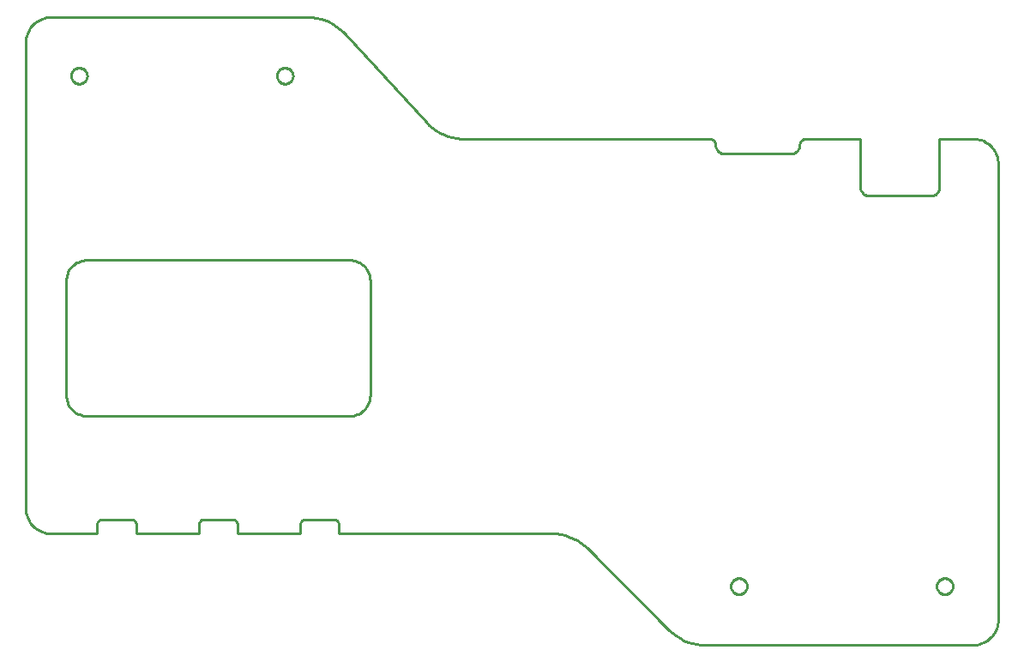
<source format=gbr>
G04 EAGLE Gerber RS-274X export*
G75*
%MOMM*%
%FSLAX34Y34*%
%LPD*%
%IN*%
%IPPOS*%
%AMOC8*
5,1,8,0,0,1.08239X$1,22.5*%
G01*
%ADD10C,0.254000*%


D10*
X30000Y145000D02*
X30095Y142821D01*
X30380Y140659D01*
X30852Y138530D01*
X31508Y136450D01*
X32342Y134435D01*
X33349Y132500D01*
X34521Y130661D01*
X35849Y128930D01*
X37322Y127322D01*
X38930Y125849D01*
X40661Y124521D01*
X42500Y123349D01*
X44435Y122342D01*
X46450Y121508D01*
X48530Y120852D01*
X50659Y120380D01*
X52821Y120095D01*
X55000Y120000D01*
X100584Y120000D01*
X100584Y129112D01*
X100603Y129548D01*
X100660Y129980D01*
X100754Y130406D01*
X100886Y130822D01*
X101052Y131225D01*
X101254Y131612D01*
X101488Y131980D01*
X101754Y132326D01*
X102048Y132648D01*
X102370Y132942D01*
X102716Y133208D01*
X103084Y133442D01*
X103471Y133644D01*
X103874Y133810D01*
X104290Y133942D01*
X104716Y134036D01*
X105148Y134093D01*
X105584Y134112D01*
X134000Y134112D01*
X134436Y134093D01*
X134868Y134036D01*
X135294Y133942D01*
X135710Y133810D01*
X136113Y133644D01*
X136500Y133442D01*
X136868Y133208D01*
X137214Y132942D01*
X137536Y132648D01*
X137830Y132326D01*
X138096Y131980D01*
X138330Y131612D01*
X138532Y131225D01*
X138698Y130822D01*
X138830Y130406D01*
X138924Y129980D01*
X138981Y129548D01*
X139000Y129112D01*
X139000Y120000D01*
X201000Y120000D01*
X201000Y129000D01*
X201019Y129436D01*
X201076Y129868D01*
X201170Y130294D01*
X201302Y130710D01*
X201468Y131113D01*
X201670Y131500D01*
X201904Y131868D01*
X202170Y132214D01*
X202464Y132536D01*
X202786Y132830D01*
X203132Y133096D01*
X203500Y133330D01*
X203887Y133532D01*
X204290Y133698D01*
X204706Y133830D01*
X205132Y133924D01*
X205564Y133981D01*
X206000Y134000D01*
X234000Y134000D01*
X234436Y133981D01*
X234868Y133924D01*
X235294Y133830D01*
X235710Y133698D01*
X236113Y133532D01*
X236500Y133330D01*
X236868Y133096D01*
X237214Y132830D01*
X237536Y132536D01*
X237830Y132214D01*
X238096Y131868D01*
X238330Y131500D01*
X238532Y131113D01*
X238698Y130710D01*
X238830Y130294D01*
X238924Y129868D01*
X238981Y129436D01*
X239000Y129000D01*
X239000Y120000D01*
X301000Y120000D01*
X301000Y129000D01*
X301019Y129436D01*
X301076Y129868D01*
X301170Y130294D01*
X301302Y130710D01*
X301468Y131113D01*
X301670Y131500D01*
X301904Y131868D01*
X302170Y132214D01*
X302464Y132536D01*
X302786Y132830D01*
X303132Y133096D01*
X303500Y133330D01*
X303887Y133532D01*
X304290Y133698D01*
X304706Y133830D01*
X305132Y133924D01*
X305564Y133981D01*
X306000Y134000D01*
X334000Y134000D01*
X334436Y133981D01*
X334868Y133924D01*
X335294Y133830D01*
X335710Y133698D01*
X336113Y133532D01*
X336500Y133330D01*
X336868Y133096D01*
X337214Y132830D01*
X337536Y132536D01*
X337830Y132214D01*
X338096Y131868D01*
X338330Y131500D01*
X338532Y131113D01*
X338698Y130710D01*
X338830Y130294D01*
X338924Y129868D01*
X338981Y129436D01*
X339000Y129000D01*
X339000Y120000D01*
X549289Y120000D01*
X553647Y119810D01*
X557972Y119240D01*
X562230Y118296D01*
X566390Y116985D01*
X570420Y115315D01*
X574289Y113301D01*
X577968Y110958D01*
X581429Y108302D01*
X584645Y105355D01*
X665355Y24645D01*
X668571Y21698D01*
X672032Y19042D01*
X675711Y16699D01*
X679580Y14685D01*
X683610Y13015D01*
X687770Y11704D01*
X692028Y10760D01*
X696353Y10190D01*
X700711Y10000D01*
X965000Y10000D01*
X967179Y10095D01*
X969341Y10380D01*
X971470Y10852D01*
X973551Y11508D01*
X975565Y12342D01*
X977500Y13349D01*
X979339Y14521D01*
X981070Y15849D01*
X982678Y17322D01*
X984151Y18930D01*
X985479Y20661D01*
X986651Y22500D01*
X987658Y24435D01*
X988492Y26450D01*
X989148Y28530D01*
X989620Y30659D01*
X989905Y32821D01*
X990000Y35000D01*
X990000Y485000D01*
X989905Y487179D01*
X989620Y489341D01*
X989148Y491470D01*
X988492Y493551D01*
X987658Y495565D01*
X986651Y497500D01*
X985479Y499339D01*
X984151Y501070D01*
X982678Y502678D01*
X981070Y504151D01*
X979339Y505479D01*
X977500Y506651D01*
X975565Y507658D01*
X973551Y508492D01*
X971470Y509148D01*
X969341Y509620D01*
X967179Y509905D01*
X965000Y510000D01*
X932180Y509770D01*
X931910Y509770D01*
X931910Y461890D01*
X931878Y461149D01*
X931781Y460414D01*
X931620Y459690D01*
X931397Y458983D01*
X931114Y458298D01*
X930771Y457640D01*
X930373Y457015D01*
X929921Y456426D01*
X929420Y455880D01*
X928874Y455379D01*
X928285Y454927D01*
X927660Y454529D01*
X927002Y454186D01*
X926317Y453903D01*
X925610Y453680D01*
X924886Y453519D01*
X924151Y453422D01*
X923410Y453390D01*
X862500Y453390D01*
X861759Y453422D01*
X861024Y453519D01*
X860300Y453680D01*
X859593Y453903D01*
X858908Y454186D01*
X858250Y454529D01*
X857625Y454927D01*
X857036Y455379D01*
X856490Y455880D01*
X855989Y456426D01*
X855537Y457015D01*
X855139Y457640D01*
X854796Y458298D01*
X854513Y458983D01*
X854290Y459690D01*
X854129Y460414D01*
X854032Y461149D01*
X854000Y461890D01*
X854000Y510000D01*
X800500Y510000D01*
X799934Y509975D01*
X799371Y509901D01*
X798818Y509779D01*
X798277Y509608D01*
X797753Y509391D01*
X797250Y509129D01*
X796772Y508825D01*
X796322Y508479D01*
X795904Y508096D01*
X795521Y507678D01*
X795176Y507228D01*
X794871Y506750D01*
X794609Y506247D01*
X794392Y505723D01*
X794221Y505182D01*
X794099Y504629D01*
X794025Y504067D01*
X794000Y503500D01*
X793968Y502759D01*
X793871Y502024D01*
X793710Y501300D01*
X793487Y500593D01*
X793204Y499908D01*
X792861Y499250D01*
X792463Y498625D01*
X792011Y498036D01*
X791510Y497490D01*
X790964Y496989D01*
X790375Y496537D01*
X789750Y496139D01*
X789092Y495796D01*
X788407Y495513D01*
X787700Y495290D01*
X786976Y495129D01*
X786241Y495032D01*
X785500Y495000D01*
X719500Y495000D01*
X718759Y495032D01*
X718024Y495129D01*
X717300Y495290D01*
X716593Y495513D01*
X715908Y495796D01*
X715250Y496139D01*
X714625Y496537D01*
X714036Y496989D01*
X713490Y497490D01*
X712989Y498036D01*
X712537Y498625D01*
X712139Y499250D01*
X711796Y499908D01*
X711513Y500593D01*
X711290Y501300D01*
X711129Y502024D01*
X711032Y502759D01*
X711000Y503500D01*
X710975Y504067D01*
X710901Y504629D01*
X710779Y505182D01*
X710608Y505723D01*
X710391Y506247D01*
X710129Y506750D01*
X709825Y507228D01*
X709479Y507678D01*
X709096Y508096D01*
X708678Y508479D01*
X708228Y508825D01*
X707750Y509129D01*
X707247Y509391D01*
X706723Y509608D01*
X706182Y509779D01*
X705629Y509901D01*
X705067Y509975D01*
X704500Y510000D01*
X461995Y510000D01*
X459823Y510047D01*
X455478Y510427D01*
X451182Y511183D01*
X446968Y512311D01*
X442869Y513803D01*
X438916Y515645D01*
X435138Y517826D01*
X431564Y520327D01*
X428222Y523130D01*
X425137Y526214D01*
X344863Y613786D01*
X343360Y615355D01*
X340144Y618302D01*
X336684Y620958D01*
X333005Y623301D01*
X329136Y625315D01*
X325106Y626985D01*
X320946Y628296D01*
X316687Y629240D01*
X312363Y629810D01*
X308005Y630000D01*
X55000Y630000D01*
X52821Y629905D01*
X50659Y629620D01*
X48530Y629148D01*
X46450Y628492D01*
X44435Y627658D01*
X42500Y626651D01*
X40661Y625479D01*
X38930Y624151D01*
X37322Y622678D01*
X35849Y621070D01*
X34521Y619339D01*
X33349Y617500D01*
X32342Y615565D01*
X31508Y613551D01*
X30852Y611470D01*
X30380Y609341D01*
X30095Y607179D01*
X30000Y605000D01*
X30000Y145000D01*
X70000Y256220D02*
X70076Y254477D01*
X70304Y252747D01*
X70681Y251044D01*
X71206Y249380D01*
X71874Y247768D01*
X72680Y246220D01*
X73617Y244748D01*
X74679Y243364D01*
X75858Y242078D01*
X77144Y240899D01*
X78528Y239837D01*
X80000Y238900D01*
X81548Y238094D01*
X83160Y237426D01*
X84824Y236901D01*
X86527Y236524D01*
X88257Y236296D01*
X90000Y236220D01*
X350000Y236220D01*
X351743Y236296D01*
X353473Y236524D01*
X355176Y236901D01*
X356840Y237426D01*
X358452Y238094D01*
X360000Y238900D01*
X361472Y239837D01*
X362856Y240899D01*
X364142Y242078D01*
X365321Y243364D01*
X366383Y244748D01*
X367321Y246220D01*
X368126Y247768D01*
X368794Y249380D01*
X369319Y251044D01*
X369696Y252747D01*
X369924Y254477D01*
X370000Y256220D01*
X370000Y370000D01*
X369924Y371743D01*
X369696Y373473D01*
X369319Y375176D01*
X368794Y376840D01*
X368126Y378452D01*
X367321Y380000D01*
X366383Y381472D01*
X365321Y382856D01*
X364142Y384142D01*
X362856Y385321D01*
X361472Y386383D01*
X360000Y387321D01*
X358452Y388126D01*
X356840Y388794D01*
X355176Y389319D01*
X353473Y389696D01*
X351743Y389924D01*
X350000Y390000D01*
X90000Y390000D01*
X88257Y389924D01*
X86527Y389696D01*
X84824Y389319D01*
X83160Y388794D01*
X81548Y388126D01*
X80000Y387321D01*
X78528Y386383D01*
X77144Y385321D01*
X75858Y384142D01*
X74679Y382856D01*
X73617Y381472D01*
X72680Y380000D01*
X71874Y378452D01*
X71206Y376840D01*
X70681Y375176D01*
X70304Y373473D01*
X70076Y371743D01*
X70000Y370000D01*
X70000Y256220D01*
X83088Y579900D02*
X83861Y579824D01*
X84622Y579673D01*
X85365Y579447D01*
X86082Y579150D01*
X86766Y578784D01*
X87412Y578353D01*
X88012Y577861D01*
X88561Y577312D01*
X89053Y576712D01*
X89484Y576066D01*
X89850Y575382D01*
X90147Y574665D01*
X90373Y573922D01*
X90524Y573161D01*
X90600Y572388D01*
X90600Y571612D01*
X90524Y570839D01*
X90373Y570078D01*
X90147Y569335D01*
X89850Y568618D01*
X89484Y567934D01*
X89053Y567288D01*
X88561Y566688D01*
X88012Y566139D01*
X87412Y565647D01*
X86766Y565216D01*
X86082Y564850D01*
X85365Y564553D01*
X84622Y564328D01*
X83861Y564176D01*
X83088Y564100D01*
X82312Y564100D01*
X81539Y564176D01*
X80778Y564328D01*
X80035Y564553D01*
X79318Y564850D01*
X78634Y565216D01*
X77988Y565647D01*
X77388Y566139D01*
X76839Y566688D01*
X76347Y567288D01*
X75916Y567934D01*
X75550Y568618D01*
X75253Y569335D01*
X75028Y570078D01*
X74876Y570839D01*
X74800Y571612D01*
X74800Y572388D01*
X74876Y573161D01*
X75028Y573922D01*
X75253Y574665D01*
X75550Y575382D01*
X75916Y576066D01*
X76347Y576712D01*
X76839Y577312D01*
X77388Y577861D01*
X77988Y578353D01*
X78634Y578784D01*
X79318Y579150D01*
X80035Y579447D01*
X80778Y579673D01*
X81539Y579824D01*
X82312Y579900D01*
X83088Y579900D01*
X286288Y579900D02*
X287061Y579824D01*
X287822Y579673D01*
X288565Y579447D01*
X289282Y579150D01*
X289966Y578784D01*
X290612Y578353D01*
X291212Y577861D01*
X291761Y577312D01*
X292253Y576712D01*
X292684Y576066D01*
X293050Y575382D01*
X293347Y574665D01*
X293573Y573922D01*
X293724Y573161D01*
X293800Y572388D01*
X293800Y571612D01*
X293724Y570839D01*
X293573Y570078D01*
X293347Y569335D01*
X293050Y568618D01*
X292684Y567934D01*
X292253Y567288D01*
X291761Y566688D01*
X291212Y566139D01*
X290612Y565647D01*
X289966Y565216D01*
X289282Y564850D01*
X288565Y564553D01*
X287822Y564328D01*
X287061Y564176D01*
X286288Y564100D01*
X285512Y564100D01*
X284739Y564176D01*
X283978Y564328D01*
X283235Y564553D01*
X282518Y564850D01*
X281834Y565216D01*
X281188Y565647D01*
X280588Y566139D01*
X280039Y566688D01*
X279547Y567288D01*
X279116Y567934D01*
X278750Y568618D01*
X278453Y569335D01*
X278228Y570078D01*
X278076Y570839D01*
X278000Y571612D01*
X278000Y572388D01*
X278076Y573161D01*
X278228Y573922D01*
X278453Y574665D01*
X278750Y575382D01*
X279116Y576066D01*
X279547Y576712D01*
X280039Y577312D01*
X280588Y577861D01*
X281188Y578353D01*
X281834Y578784D01*
X282518Y579150D01*
X283235Y579447D01*
X283978Y579673D01*
X284739Y579824D01*
X285512Y579900D01*
X286288Y579900D01*
X936912Y60100D02*
X936139Y60176D01*
X935378Y60328D01*
X934635Y60553D01*
X933918Y60850D01*
X933234Y61216D01*
X932588Y61647D01*
X931988Y62139D01*
X931439Y62688D01*
X930947Y63288D01*
X930516Y63934D01*
X930150Y64618D01*
X929853Y65335D01*
X929628Y66078D01*
X929476Y66839D01*
X929400Y67612D01*
X929400Y68388D01*
X929476Y69161D01*
X929628Y69922D01*
X929853Y70665D01*
X930150Y71382D01*
X930516Y72066D01*
X930947Y72712D01*
X931439Y73312D01*
X931988Y73861D01*
X932588Y74353D01*
X933234Y74784D01*
X933918Y75150D01*
X934635Y75447D01*
X935378Y75673D01*
X936139Y75824D01*
X936912Y75900D01*
X937688Y75900D01*
X938461Y75824D01*
X939222Y75673D01*
X939965Y75447D01*
X940682Y75150D01*
X941366Y74784D01*
X942012Y74353D01*
X942612Y73861D01*
X943161Y73312D01*
X943653Y72712D01*
X944084Y72066D01*
X944450Y71382D01*
X944747Y70665D01*
X944973Y69922D01*
X945124Y69161D01*
X945200Y68388D01*
X945200Y67612D01*
X945124Y66839D01*
X944973Y66078D01*
X944747Y65335D01*
X944450Y64618D01*
X944084Y63934D01*
X943653Y63288D01*
X943161Y62688D01*
X942612Y62139D01*
X942012Y61647D01*
X941366Y61216D01*
X940682Y60850D01*
X939965Y60553D01*
X939222Y60328D01*
X938461Y60176D01*
X937688Y60100D01*
X936912Y60100D01*
X733712Y60100D02*
X732939Y60176D01*
X732178Y60328D01*
X731435Y60553D01*
X730718Y60850D01*
X730034Y61216D01*
X729388Y61647D01*
X728788Y62139D01*
X728239Y62688D01*
X727747Y63288D01*
X727316Y63934D01*
X726950Y64618D01*
X726653Y65335D01*
X726428Y66078D01*
X726276Y66839D01*
X726200Y67612D01*
X726200Y68388D01*
X726276Y69161D01*
X726428Y69922D01*
X726653Y70665D01*
X726950Y71382D01*
X727316Y72066D01*
X727747Y72712D01*
X728239Y73312D01*
X728788Y73861D01*
X729388Y74353D01*
X730034Y74784D01*
X730718Y75150D01*
X731435Y75447D01*
X732178Y75673D01*
X732939Y75824D01*
X733712Y75900D01*
X734488Y75900D01*
X735261Y75824D01*
X736022Y75673D01*
X736765Y75447D01*
X737482Y75150D01*
X738166Y74784D01*
X738812Y74353D01*
X739412Y73861D01*
X739961Y73312D01*
X740453Y72712D01*
X740884Y72066D01*
X741250Y71382D01*
X741547Y70665D01*
X741773Y69922D01*
X741924Y69161D01*
X742000Y68388D01*
X742000Y67612D01*
X741924Y66839D01*
X741773Y66078D01*
X741547Y65335D01*
X741250Y64618D01*
X740884Y63934D01*
X740453Y63288D01*
X739961Y62688D01*
X739412Y62139D01*
X738812Y61647D01*
X738166Y61216D01*
X737482Y60850D01*
X736765Y60553D01*
X736022Y60328D01*
X735261Y60176D01*
X734488Y60100D01*
X733712Y60100D01*
M02*

</source>
